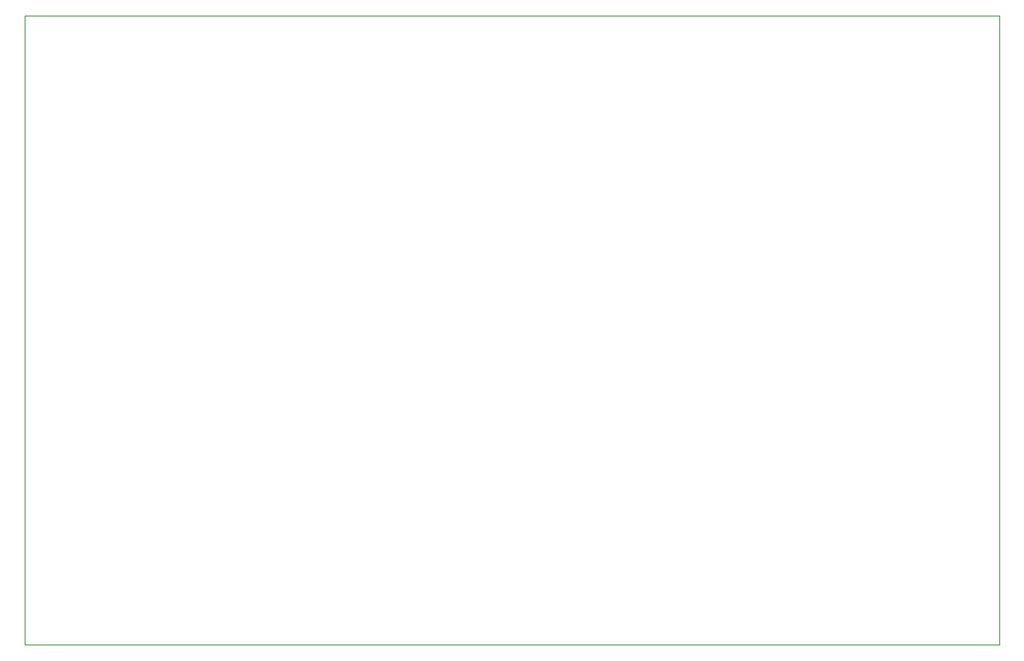
<source format=gbr>
%TF.GenerationSoftware,KiCad,Pcbnew,(5.1.7)-1*%
%TF.CreationDate,2021-05-08T17:47:48+02:00*%
%TF.ProjectId,tankwaechter,74616e6b-7761-4656-9368-7465722e6b69,rev?*%
%TF.SameCoordinates,Original*%
%TF.FileFunction,Profile,NP*%
%FSLAX46Y46*%
G04 Gerber Fmt 4.6, Leading zero omitted, Abs format (unit mm)*
G04 Created by KiCad (PCBNEW (5.1.7)-1) date 2021-05-08 17:47:48*
%MOMM*%
%LPD*%
G01*
G04 APERTURE LIST*
%TA.AperFunction,Profile*%
%ADD10C,0.100000*%
%TD*%
G04 APERTURE END LIST*
D10*
X113030000Y-129540000D02*
X113030000Y-194310000D01*
X12700000Y-129540000D02*
X113030000Y-129540000D01*
X12700000Y-194310000D02*
X12700000Y-129540000D01*
X113030000Y-194310000D02*
X12700000Y-194310000D01*
M02*

</source>
